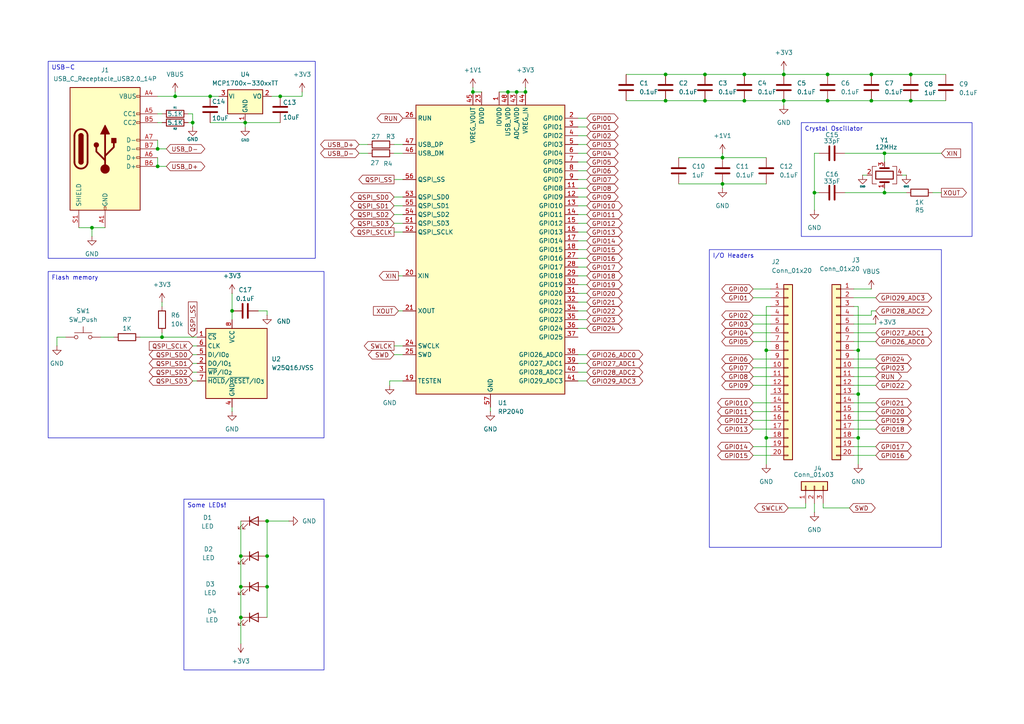
<source format=kicad_sch>
(kicad_sch (version 20250114) (generator "eeschema") (generator_version "9.0")
  (paper "A4")
  (lib_symbols
    (symbol "Connector:USB_C_Receptacle_USB2.0_14P" (pin_names (offset 1.016))
      (property "Reference" "J" (at 0 22.225 0))
      (property "Value" "USB_C_Receptacle_USB2.0_14P" (at 0 19.685 0))
      (symbol "USB_C_Receptacle_USB2.0_14P_1_1"
        (pin passive line (at -7.62 -22.86 90) (length 5.08) (name "SHIELD") (number "S1"))
        (pin passive line (at 0 -22.86 90) (length 5.08) (name "GND") (number "A1"))
        (pin passive line (at 0 -22.86 90) (length 5.08) (hide yes) (name "GND") (number "A12"))
        (pin passive line (at 0 -22.86 90) (length 5.08) (hide yes) (name "GND") (number "B1"))
        (pin passive line (at 0 -22.86 90) (length 5.08) (hide yes) (name "GND") (number "B12"))
        (pin passive line (at 15.24 15.24 180) (length 5.08) (name "VBUS") (number "A4"))
        (pin passive line (at 15.24 15.24 180) (length 5.08) (hide yes) (name "VBUS") (number "A9"))
        (pin passive line (at 15.24 15.24 180) (length 5.08) (hide yes) (name "VBUS") (number "B4"))
        (pin passive line (at 15.24 15.24 180) (length 5.08) (hide yes) (name "VBUS") (number "B9"))
        (pin bidirectional line (at 15.24 10.16 180) (length 5.08) (name "CC1") (number "A5"))
        (pin bidirectional line (at 15.24 7.62 180) (length 5.08) (name "CC2") (number "B5"))
        (pin bidirectional line (at 15.24 2.54 180) (length 5.08) (name "D-") (number "A7"))
        (pin bidirectional line (at 15.24 0 180) (length 5.08) (name "D-") (number "B7"))
        (pin bidirectional line (at 15.24 -2.54 180) (length 5.08) (name "D+") (number "A6"))
        (pin bidirectional line (at 15.24 -5.08 180) (length 5.08) (name "D+") (number "B6"))
      )
    )
    (symbol "Connector_Generic:Conn_01x03" (pin_names (offset 1.016) (hide yes))
      (property "Reference" "J" (at 0 5.08 0))
      (property "Value" "Conn_01x03" (at 0 -5.08 0))
      (symbol "Conn_01x03_1_1"
        (pin passive line (at -5.08 2.54 0) (length 3.81) (name "Pin_1") (number "1"))
        (pin passive line (at -5.08 0 0) (length 3.81) (name "Pin_2") (number "2"))
        (pin passive line (at -5.08 -2.54 0) (length 3.81) (name "Pin_3") (number "3"))
      )
    )
    (symbol "Connector_Generic:Conn_01x20" (pin_names (offset 1.016) (hide yes))
      (property "Reference" "J" (at 0 25.4 0))
      (property "Value" "Conn_01x20" (at 0 -27.94 0))
      (symbol "Conn_01x20_1_1"
        (pin passive line (at -5.08 22.86 0) (length 3.81) (name "Pin_1") (number "1"))
        (pin passive line (at -5.08 20.32 0) (length 3.81) (name "Pin_2") (number "2"))
        (pin passive line (at -5.08 17.78 0) (length 3.81) (name "Pin_3") (number "3"))
        (pin passive line (at -5.08 15.24 0) (length 3.81) (name "Pin_4") (number "4"))
        (pin passive line (at -5.08 12.7 0) (length 3.81) (name "Pin_5") (number "5"))
        (pin passive line (at -5.08 10.16 0) (length 3.81) (name "Pin_6") (number "6"))
        (pin passive line (at -5.08 7.62 0) (length 3.81) (name "Pin_7") (number "7"))
        (pin passive line (at -5.08 5.08 0) (length 3.81) (name "Pin_8") (number "8"))
        (pin passive line (at -5.08 2.54 0) (length 3.81) (name "Pin_9") (number "9"))
        (pin passive line (at -5.08 0 0) (length 3.81) (name "Pin_10") (number "10"))
        (pin passive line (at -5.08 -2.54 0) (length 3.81) (name "Pin_11") (number "11"))
        (pin passive line (at -5.08 -5.08 0) (length 3.81) (name "Pin_12") (number "12"))
        (pin passive line (at -5.08 -7.62 0) (length 3.81) (name "Pin_13") (number "13"))
        (pin passive line (at -5.08 -10.16 0) (length 3.81) (name "Pin_14") (number "14"))
        (pin passive line (at -5.08 -12.7 0) (length 3.81) (name "Pin_15") (number "15"))
        (pin passive line (at -5.08 -15.24 0) (length 3.81) (name "Pin_16") (number "16"))
        (pin passive line (at -5.08 -17.78 0) (length 3.81) (name "Pin_17") (number "17"))
        (pin passive line (at -5.08 -20.32 0) (length 3.81) (name "Pin_18") (number "18"))
        (pin passive line (at -5.08 -22.86 0) (length 3.81) (name "Pin_19") (number "19"))
        (pin passive line (at -5.08 -25.4 0) (length 3.81) (name "Pin_20") (number "20"))
      )
    )
    (symbol "Device:C" (pin_numbers (hide yes)) (pin_names (offset 0.254))
      (property "Reference" "C" (at 0.635 2.54 0))
      (property "Value" "C" (at 0.635 -2.54 0))
      (symbol "C_1_1"
        (pin passive line (at 0 3.81 270) (length 2.794) (name "~") (number "1"))
        (pin passive line (at 0 -3.81 90) (length 2.794) (name "~") (number "2"))
      )
    )
    (symbol "Device:Crystal_GND24" (pin_names (offset 1.016) (hide yes))
      (property "Reference" "Y" (at 3.175 5.08 0))
      (property "Value" "Crystal_GND24" (at 3.175 3.175 0))
      (symbol "Crystal_GND24_1_1"
        (pin passive line (at -3.81 0 0) (length 1.27) (name "1") (number "1"))
        (pin passive line (at 0 5.08 270) (length 1.27) (name "2") (number "2"))
        (pin passive line (at 0 -5.08 90) (length 1.27) (name "4") (number "4"))
        (pin passive line (at 3.81 0 180) (length 1.27) (name "3") (number "3"))
      )
    )
    (symbol "Device:LED" (pin_numbers (hide yes)) (pin_names (offset 1.016) (hide yes))
      (property "Reference" "D" (at 0 2.54 0))
      (property "Value" "LED" (at 0 -2.54 0))
      (symbol "LED_1_1"
        (pin passive line (at -3.81 0 0) (length 2.54) (name "K") (number "1"))
        (pin passive line (at 3.81 0 180) (length 2.54) (name "A") (number "2"))
      )
    )
    (symbol "Device:R" (pin_numbers (hide yes)) (pin_names (offset 0))
      (property "Reference" "R" (at 2.032 0 90))
      (property "Value" "R" (at 0 0 90))
      (symbol "R_1_1"
        (pin passive line (at 0 3.81 270) (length 1.27) (name "~") (number "1"))
        (pin passive line (at 0 -3.81 90) (length 1.27) (name "~") (number "2"))
      )
    )
    (symbol "MCU_RaspberryPi:RP2040"
      (property "Reference" "U" (at 17.78 45.72 0))
      (property "Value" "RP2040" (at 17.78 43.18 0))
      (symbol "RP2040_1_1"
        (pin input line (at -25.4 38.1 0) (length 3.81) (name "RUN") (number "26"))
        (pin bidirectional line (at -25.4 30.48 0) (length 3.81) (name "USB_DP") (number "47"))
        (pin bidirectional line (at -25.4 27.94 0) (length 3.81) (name "USB_DM") (number "46"))
        (pin bidirectional line (at -25.4 20.32 0) (length 3.81) (name "QSPI_SS") (number "56"))
        (pin bidirectional line (at -25.4 15.24 0) (length 3.81) (name "QSPI_SD0") (number "53"))
        (pin bidirectional line (at -25.4 12.7 0) (length 3.81) (name "QSPI_SD1") (number "55"))
        (pin bidirectional line (at -25.4 10.16 0) (length 3.81) (name "QSPI_SD2") (number "54"))
        (pin bidirectional line (at -25.4 7.62 0) (length 3.81) (name "QSPI_SD3") (number "51"))
        (pin output line (at -25.4 5.08 0) (length 3.81) (name "QSPI_SCLK") (number "52"))
        (pin input line (at -25.4 -7.62 0) (length 3.81) (name "XIN") (number "20"))
        (pin passive line (at -25.4 -17.78 0) (length 3.81) (name "XOUT") (number "21"))
        (pin input line (at -25.4 -27.94 0) (length 3.81) (name "SWCLK") (number "24"))
        (pin bidirectional line (at -25.4 -30.48 0) (length 3.81) (name "SWD") (number "25"))
        (pin input line (at -25.4 -38.1 0) (length 3.81) (name "TESTEN") (number "19"))
        (pin power_out line (at -5.08 45.72 270) (length 3.81) (name "VREG_VOUT") (number "45"))
        (pin power_in line (at -2.54 45.72 270) (length 3.81) (name "DVDD") (number "23"))
        (pin passive line (at -2.54 45.72 270) (length 3.81) (hide yes) (name "DVDD") (number "50"))
        (pin power_in line (at 0 -45.72 90) (length 3.81) (name "GND") (number "57"))
        (pin power_in line (at 2.54 45.72 270) (length 3.81) (name "IOVDD") (number "1"))
        (pin passive line (at 2.54 45.72 270) (length 3.81) (hide yes) (name "IOVDD") (number "10"))
        (pin passive line (at 2.54 45.72 270) (length 3.81) (hide yes) (name "IOVDD") (number "22"))
        (pin passive line (at 2.54 45.72 270) (length 3.81) (hide yes) (name "IOVDD") (number "33"))
        (pin passive line (at 2.54 45.72 270) (length 3.81) (hide yes) (name "IOVDD") (number "42"))
        (pin passive line (at 2.54 45.72 270) (length 3.81) (hide yes) (name "IOVDD") (number "49"))
        (pin power_in line (at 5.08 45.72 270) (length 3.81) (name "USB_VDD") (number "48"))
        (pin power_in line (at 7.62 45.72 270) (length 3.81) (name "ADC_AVDD") (number "43"))
        (pin power_in line (at 10.16 45.72 270) (length 3.81) (name "VREG_IN") (number "44"))
        (pin bidirectional line (at 25.4 38.1 180) (length 3.81) (name "GPIO0") (number "2"))
        (pin bidirectional line (at 25.4 35.56 180) (length 3.81) (name "GPIO1") (number "3"))
        (pin bidirectional line (at 25.4 33.02 180) (length 3.81) (name "GPIO2") (number "4"))
        (pin bidirectional line (at 25.4 30.48 180) (length 3.81) (name "GPIO3") (number "5"))
        (pin bidirectional line (at 25.4 27.94 180) (length 3.81) (name "GPIO4") (number "6"))
        (pin bidirectional line (at 25.4 25.4 180) (length 3.81) (name "GPIO5") (number "7"))
        (pin bidirectional line (at 25.4 22.86 180) (length 3.81) (name "GPIO6") (number "8"))
        (pin bidirectional line (at 25.4 20.32 180) (length 3.81) (name "GPIO7") (number "9"))
        (pin bidirectional line (at 25.4 17.78 180) (length 3.81) (name "GPIO8") (number "11"))
        (pin bidirectional line (at 25.4 15.24 180) (length 3.81) (name "GPIO9") (number "12"))
        (pin bidirectional line (at 25.4 12.7 180) (length 3.81) (name "GPIO10") (number "13"))
        (pin bidirectional line (at 25.4 10.16 180) (length 3.81) (name "GPIO11") (number "14"))
        (pin bidirectional line (at 25.4 7.62 180) (length 3.81) (name "GPIO12") (number "15"))
        (pin bidirectional line (at 25.4 5.08 180) (length 3.81) (name "GPIO13") (number "16"))
        (pin bidirectional line (at 25.4 2.54 180) (length 3.81) (name "GPIO14") (number "17"))
        (pin bidirectional line (at 25.4 0 180) (length 3.81) (name "GPIO15") (number "18"))
        (pin bidirectional line (at 25.4 -2.54 180) (length 3.81) (name "GPIO16") (number "27"))
        (pin bidirectional line (at 25.4 -5.08 180) (length 3.81) (name "GPIO17") (number "28"))
        (pin bidirectional line (at 25.4 -7.62 180) (length 3.81) (name "GPIO18") (number "29"))
        (pin bidirectional line (at 25.4 -10.16 180) (length 3.81) (name "GPIO19") (number "30"))
        (pin bidirectional line (at 25.4 -12.7 180) (length 3.81) (name "GPIO20") (number "31"))
        (pin bidirectional line (at 25.4 -15.24 180) (length 3.81) (name "GPIO21") (number "32"))
        (pin bidirectional line (at 25.4 -17.78 180) (length 3.81) (name "GPIO22") (number "34"))
        (pin bidirectional line (at 25.4 -20.32 180) (length 3.81) (name "GPIO23") (number "35"))
        (pin bidirectional line (at 25.4 -22.86 180) (length 3.81) (name "GPIO24") (number "36"))
        (pin bidirectional line (at 25.4 -25.4 180) (length 3.81) (name "GPIO25") (number "37"))
        (pin bidirectional line (at 25.4 -30.48 180) (length 3.81) (name "GPIO26_ADC0") (number "38"))
        (pin bidirectional line (at 25.4 -33.02 180) (length 3.81) (name "GPIO27_ADC1") (number "39"))
        (pin bidirectional line (at 25.4 -35.56 180) (length 3.81) (name "GPIO28_ADC2") (number "40"))
        (pin bidirectional line (at 25.4 -38.1 180) (length 3.81) (name "GPIO29_ADC3") (number "41"))
      )
    )
    (symbol "Memory_Flash:W25Q16JVSS"
      (property "Reference" "U" (at -6.35 11.43 0))
      (property "Value" "W25Q16JVSS" (at 7.62 11.43 0))
      (symbol "W25Q16JVSS_1_1"
        (pin input line (at -10.16 7.62 0) (length 2.54) (name "~{CS}") (number "1"))
        (pin input line (at -10.16 5.08 0) (length 2.54) (name "CLK") (number "6"))
        (pin bidirectional line (at -10.16 2.54 0) (length 2.54) (name "DI/IO_{0}") (number "5"))
        (pin bidirectional line (at -10.16 0 0) (length 2.54) (name "DO/IO_{1}") (number "2"))
        (pin bidirectional line (at -10.16 -2.54 0) (length 2.54) (name "~{WP}/IO_{2}") (number "3"))
        (pin bidirectional line (at -10.16 -5.08 0) (length 2.54) (name "~{HOLD}/~{RESET}/IO_{3}") (number "7"))
        (pin power_in line (at 0 12.7 270) (length 2.54) (name "VCC") (number "8"))
        (pin power_in line (at 0 -12.7 90) (length 2.54) (name "GND") (number "4"))
      )
    )
    (symbol "Regulator_Linear:MCP1700x-330xxTT" (pin_names (offset 0.254))
      (property "Reference" "U" (at -3.81 3.175 0))
      (property "Value" "MCP1700x-330xxTT" (at 0 3.175 0))
      (symbol "MCP1700x-330xxTT_1_1"
        (pin power_in line (at -7.62 0 0) (length 2.54) (name "VI") (number "3"))
        (pin power_in line (at 0 -7.62 90) (length 2.54) (name "GND") (number "1"))
        (pin power_out line (at 7.62 0 180) (length 2.54) (name "VO") (number "2"))
      )
    )
    (symbol "Switch:SW_Push" (pin_numbers (hide yes)) (pin_names (offset 1.016) (hide yes))
      (property "Reference" "SW" (at 1.27 2.54 0))
      (property "Value" "SW_Push" (at 0 -1.524 0))
      (symbol "SW_Push_0_1"
        (pin passive line (at -5.08 0 0) (length 2.54) (name "1") (number "1"))
        (pin passive line (at 5.08 0 180) (length 2.54) (name "2") (number "2"))
      )
    )
    (symbol "power:+1V1" (power) (pin_numbers (hide yes)) (pin_names (offset 0) (hide yes))
      (property "Value" "+1V1" (at 0 3.556 0))
      (symbol "+1V1_1_1"
        (pin power_in line (at 0 0 90) (length 0) (name "~") (number "1"))
      )
    )
    (symbol "power:+3V3" (power) (pin_numbers (hide yes)) (pin_names (offset 0) (hide yes))
      (property "Value" "+3V3" (at 0 3.556 0))
      (symbol "+3V3_1_1"
        (pin power_in line (at 0 0 90) (length 0) (name "~") (number "1"))
      )
    )
    (symbol "power:GND" (power) (pin_numbers (hide yes)) (pin_names (offset 0) (hide yes))
      (property "Value" "GND" (at 0 -3.81 0))
      (symbol "GND_1_1"
        (pin power_in line (at 0 0 270) (length 0) (name "~") (number "1"))
      )
    )
    (symbol "power:VBUS" (power) (pin_numbers (hide yes)) (pin_names (offset 0) (hide yes))
      (property "Value" "VBUS" (at 0 3.556 0))
      (symbol "VBUS_1_1"
        (pin power_in line (at 0 0 90) (length 0) (name "~") (number "1"))
      )
    )
  )
  (text_box "I/O Headers" (at 205.74 72.39 0) (size 67.31 86.36) (margins 0.9525 0.9525 0.9525 0.9525) (effects (font (size 1.27 1.27)) (justify left top)))
  (text_box "USB-C" (at 13.97 17.78 0) (size 77.47 57.15) (margins 0.9525 0.9525 0.9525 0.9525) (effects (font (size 1.27 1.27)) (justify left top)))
  (text_box "Crystal Oscillator\n" (at 232.41 35.56 0) (size 49.53 33.02) (margins 0.9525 0.9525 0.9525 0.9525) (effects (font (size 1.27 1.27)) (justify left top)))
  (text_box "Flash memory\n" (at 13.97 78.74 0) (size 80.01 48.26) (margins 0.9525 0.9525 0.9525 0.9525) (effects (font (size 1.27 1.27)) (justify left top)))
  (text_box "Some LEDs!\n" (at 53.34 144.78 0) (size 40.64 49.53) (margins 0.9525 0.9525 0.9525 0.9525) (effects (font (size 1.27 1.27)) (justify left top)))
  (junction (at 264.16 21.59))
  (junction (at 248.92 127))
  (junction (at 215.9 21.59))
  (junction (at 248.92 114.3))
  (junction (at 193.04 21.59))
  (junction (at 240.03 21.59))
  (junction (at 77.47 161.29))
  (junction (at 137.16 26.67))
  (junction (at 60.96 27.94))
  (junction (at 55.88 35.56))
  (junction (at 252.73 29.21))
  (junction (at 152.4 26.67))
  (junction (at 67.31 90.17))
  (junction (at 236.22 55.88))
  (junction (at 209.55 45.72))
  (junction (at 256.54 44.45))
  (junction (at 215.9 29.21))
  (junction (at 248.92 101.6))
  (junction (at 45.72 43.18))
  (junction (at 222.25 127))
  (junction (at 193.04 29.21))
  (junction (at 252.73 21.59))
  (junction (at 204.47 29.21))
  (junction (at 227.33 21.59))
  (junction (at 46.99 97.79))
  (junction (at 71.12 35.56))
  (junction (at 264.16 29.21))
  (junction (at 69.85 179.07))
  (junction (at 69.85 161.29))
  (junction (at 81.28 27.94))
  (junction (at 256.54 55.88))
  (junction (at 240.03 29.21))
  (junction (at 204.47 21.59))
  (junction (at 147.32 26.67))
  (junction (at 50.8 27.94))
  (junction (at 209.55 53.34))
  (junction (at 227.33 29.21))
  (junction (at 77.47 151.13))
  (junction (at 45.72 48.26))
  (junction (at 222.25 101.6))
  (junction (at 26.67 66.04))
  (junction (at 69.85 170.18))
  (junction (at 77.47 170.18))
  (junction (at 149.86 26.67))
  (wire (pts (xy 55.88 110.49) (xy 57.15 110.49)))
  (wire (pts (xy 87.63 27.94) (xy 87.63 26.67)))
  (wire (pts (xy 218.44 124.46) (xy 223.52 124.46)))
  (wire (pts (xy 114.3 57.15) (xy 116.84 57.15)))
  (wire (pts (xy 247.65 106.68) (xy 254 106.68)))
  (wire (pts (xy 167.64 90.17) (xy 170.18 90.17)))
  (wire (pts (xy 55.88 102.87) (xy 57.15 102.87)))
  (wire (pts (xy 167.64 74.93) (xy 170.18 74.93)))
  (wire (pts (xy 222.25 88.9) (xy 223.52 88.9)))
  (wire (pts (xy 55.88 36.83) (xy 55.88 35.56)))
  (wire (pts (xy 77.47 90.17) (xy 77.47 91.44)))
  (wire (pts (xy 204.47 29.21) (xy 215.9 29.21)))
  (wire (pts (xy 167.64 77.47) (xy 170.18 77.47)))
  (wire (pts (xy 50.8 27.94) (xy 60.96 27.94)))
  (wire (pts (xy 167.64 105.41) (xy 170.18 105.41)))
  (wire (pts (xy 264.16 29.21) (xy 274.32 29.21)))
  (wire (pts (xy 16.51 100.33) (xy 16.51 97.79)))
  (wire (pts (xy 167.64 49.53) (xy 170.18 49.53)))
  (wire (pts (xy 149.86 26.67) (xy 152.4 26.67)))
  (wire (pts (xy 104.14 41.91) (xy 106.68 41.91)))
  (wire (pts (xy 167.64 107.95) (xy 170.18 107.95)))
  (wire (pts (xy 222.25 101.6) (xy 222.25 127)))
  (wire (pts (xy 46.99 87.63) (xy 46.99 88.9)))
  (wire (pts (xy 181.61 29.21) (xy 193.04 29.21)))
  (wire (pts (xy 113.03 110.49) (xy 116.84 110.49)))
  (wire (pts (xy 218.44 111.76) (xy 223.52 111.76)))
  (wire (pts (xy 218.44 93.98) (xy 223.52 93.98)))
  (wire (pts (xy 237.49 44.45) (xy 236.22 44.45)))
  (wire (pts (xy 67.31 85.09) (xy 67.31 90.17)))
  (wire (pts (xy 218.44 83.82) (xy 223.52 83.82)))
  (wire (pts (xy 167.64 67.31) (xy 170.18 67.31)))
  (wire (pts (xy 233.68 146.05) (xy 233.68 147.32)))
  (wire (pts (xy 167.64 110.49) (xy 170.18 110.49)))
  (wire (pts (xy 69.85 161.29) (xy 69.85 170.18)))
  (wire (pts (xy 247.65 127) (xy 248.92 127)))
  (wire (pts (xy 167.64 69.85) (xy 170.18 69.85)))
  (wire (pts (xy 167.64 95.25) (xy 170.18 95.25)))
  (wire (pts (xy 114.3 52.07) (xy 116.84 52.07)))
  (wire (pts (xy 115.57 80.01) (xy 116.84 80.01)))
  (wire (pts (xy 196.85 45.72) (xy 209.55 45.72)))
  (wire (pts (xy 46.99 96.52) (xy 46.99 97.79)))
  (wire (pts (xy 74.93 90.17) (xy 77.47 90.17)))
  (wire (pts (xy 167.64 59.69) (xy 170.18 59.69)))
  (wire (pts (xy 167.64 85.09) (xy 170.18 85.09)))
  (wire (pts (xy 114.3 62.23) (xy 116.84 62.23)))
  (wire (pts (xy 193.04 29.21) (xy 204.47 29.21)))
  (wire (pts (xy 113.03 111.76) (xy 113.03 110.49)))
  (wire (pts (xy 69.85 170.18) (xy 69.85 179.07)))
  (wire (pts (xy 236.22 44.45) (xy 236.22 55.88)))
  (wire (pts (xy 222.25 127) (xy 223.52 127)))
  (wire (pts (xy 196.85 53.34) (xy 209.55 53.34)))
  (wire (pts (xy 167.64 92.71) (xy 170.18 92.71)))
  (wire (pts (xy 114.3 102.87) (xy 116.84 102.87)))
  (wire (pts (xy 227.33 20.32) (xy 227.33 21.59)))
  (wire (pts (xy 256.54 44.45) (xy 256.54 46.99)))
  (wire (pts (xy 181.61 21.59) (xy 193.04 21.59)))
  (wire (pts (xy 193.04 21.59) (xy 204.47 21.59)))
  (wire (pts (xy 26.67 66.04) (xy 30.48 66.04)))
  (wire (pts (xy 114.3 41.91) (xy 116.84 41.91)))
  (wire (pts (xy 252.73 29.21) (xy 264.16 29.21)))
  (wire (pts (xy 264.16 21.59) (xy 274.32 21.59)))
  (wire (pts (xy 247.65 83.82) (xy 252.73 83.82)))
  (wire (pts (xy 252.73 91.44) (xy 252.73 90.17)))
  (wire (pts (xy 270.51 55.88) (xy 273.05 55.88)))
  (wire (pts (xy 218.44 99.06) (xy 223.52 99.06)))
  (wire (pts (xy 55.88 35.56) (xy 55.88 33.02)))
  (wire (pts (xy 167.64 72.39) (xy 170.18 72.39)))
  (wire (pts (xy 247.65 129.54) (xy 254 129.54)))
  (wire (pts (xy 218.44 121.92) (xy 223.52 121.92)))
  (wire (pts (xy 247.65 111.76) (xy 254 111.76)))
  (wire (pts (xy 167.64 41.91) (xy 170.18 41.91)))
  (wire (pts (xy 247.65 86.36) (xy 254 86.36)))
  (wire (pts (xy 256.54 44.45) (xy 273.05 44.45)))
  (wire (pts (xy 114.3 59.69) (xy 116.84 59.69)))
  (wire (pts (xy 247.65 109.22) (xy 254 109.22)))
  (wire (pts (xy 167.64 34.29) (xy 170.18 34.29)))
  (wire (pts (xy 227.33 21.59) (xy 240.03 21.59)))
  (wire (pts (xy 222.25 88.9) (xy 222.25 101.6)))
  (wire (pts (xy 40.64 97.79) (xy 46.99 97.79)))
  (wire (pts (xy 218.44 91.44) (xy 223.52 91.44)))
  (wire (pts (xy 167.64 39.37) (xy 170.18 39.37)))
  (wire (pts (xy 247.65 91.44) (xy 252.73 91.44)))
  (wire (pts (xy 236.22 55.88) (xy 236.22 60.96)))
  (wire (pts (xy 115.57 90.17) (xy 116.84 90.17)))
  (wire (pts (xy 114.3 100.33) (xy 116.84 100.33)))
  (wire (pts (xy 248.92 114.3) (xy 248.92 127)))
  (wire (pts (xy 227.33 29.21) (xy 227.33 30.48)))
  (wire (pts (xy 218.44 109.22) (xy 223.52 109.22)))
  (wire (pts (xy 252.73 21.59) (xy 264.16 21.59)))
  (wire (pts (xy 218.44 104.14) (xy 223.52 104.14)))
  (wire (pts (xy 218.44 129.54) (xy 223.52 129.54)))
  (wire (pts (xy 16.51 97.79) (xy 19.05 97.79)))
  (wire (pts (xy 215.9 21.59) (xy 227.33 21.59)))
  (wire (pts (xy 228.6 147.32) (xy 233.68 147.32)))
  (wire (pts (xy 222.25 101.6) (xy 223.52 101.6)))
  (wire (pts (xy 26.67 66.04) (xy 26.67 68.58)))
  (wire (pts (xy 55.88 33.02) (xy 54.61 33.02)))
  (wire (pts (xy 46.99 97.79) (xy 57.15 97.79)))
  (wire (pts (xy 83.82 151.13) (xy 77.47 151.13)))
  (wire (pts (xy 77.47 161.29) (xy 77.47 170.18)))
  (wire (pts (xy 238.76 146.05) (xy 238.76 147.32)))
  (wire (pts (xy 147.32 26.67) (xy 149.86 26.67)))
  (wire (pts (xy 54.61 35.56) (xy 55.88 35.56)))
  (wire (pts (xy 167.64 36.83) (xy 170.18 36.83)))
  (wire (pts (xy 248.92 101.6) (xy 248.92 114.3)))
  (wire (pts (xy 218.44 132.08) (xy 223.52 132.08)))
  (wire (pts (xy 45.72 40.64) (xy 45.72 43.18)))
  (wire (pts (xy 167.64 62.23) (xy 170.18 62.23)))
  (wire (pts (xy 67.31 118.11) (xy 67.31 119.38)))
  (wire (pts (xy 69.85 179.07) (xy 69.85 186.69)))
  (wire (pts (xy 77.47 170.18) (xy 77.47 179.07)))
  (wire (pts (xy 55.88 100.33) (xy 57.15 100.33)))
  (wire (pts (xy 167.64 82.55) (xy 170.18 82.55)))
  (wire (pts (xy 167.64 52.07) (xy 170.18 52.07)))
  (wire (pts (xy 247.65 114.3) (xy 248.92 114.3)))
  (wire (pts (xy 247.65 132.08) (xy 254 132.08)))
  (wire (pts (xy 167.64 54.61) (xy 170.18 54.61)))
  (wire (pts (xy 46.99 33.02) (xy 45.72 33.02)))
  (wire (pts (xy 227.33 29.21) (xy 240.03 29.21)))
  (wire (pts (xy 209.55 45.72) (xy 222.25 45.72)))
  (wire (pts (xy 167.64 102.87) (xy 170.18 102.87)))
  (wire (pts (xy 67.31 90.17) (xy 67.31 92.71)))
  (wire (pts (xy 247.65 121.92) (xy 254 121.92)))
  (wire (pts (xy 240.03 21.59) (xy 252.73 21.59)))
  (wire (pts (xy 77.47 151.13) (xy 77.47 161.29)))
  (wire (pts (xy 215.9 29.21) (xy 227.33 29.21)))
  (wire (pts (xy 247.65 99.06) (xy 254 99.06)))
  (wire (pts (xy 238.76 147.32) (xy 246.38 147.32)))
  (wire (pts (xy 245.11 55.88) (xy 256.54 55.88)))
  (wire (pts (xy 45.72 48.26) (xy 48.26 48.26)))
  (wire (pts (xy 218.44 86.36) (xy 223.52 86.36)))
  (wire (pts (xy 114.3 44.45) (xy 116.84 44.45)))
  (wire (pts (xy 114.3 67.31) (xy 116.84 67.31)))
  (wire (pts (xy 167.64 57.15) (xy 170.18 57.15)))
  (wire (pts (xy 69.85 151.13) (xy 69.85 161.29)))
  (wire (pts (xy 222.25 127) (xy 222.25 134.62)))
  (wire (pts (xy 137.16 26.67) (xy 139.7 26.67)))
  (wire (pts (xy 71.12 35.56) (xy 81.28 35.56)))
  (wire (pts (xy 142.24 119.38) (xy 142.24 118.11)))
  (wire (pts (xy 50.8 26.67) (xy 50.8 27.94)))
  (wire (pts (xy 152.4 25.4) (xy 152.4 26.67)))
  (wire (pts (xy 45.72 35.56) (xy 46.99 35.56)))
  (wire (pts (xy 45.72 45.72) (xy 45.72 48.26)))
  (wire (pts (xy 29.21 97.79) (xy 33.02 97.79)))
  (wire (pts (xy 167.64 46.99) (xy 170.18 46.99)))
  (wire (pts (xy 78.74 27.94) (xy 81.28 27.94)))
  (wire (pts (xy 71.12 36.83) (xy 71.12 35.56)))
  (wire (pts (xy 167.64 87.63) (xy 170.18 87.63)))
  (wire (pts (xy 256.54 55.88) (xy 262.89 55.88)))
  (wire (pts (xy 209.55 54.61) (xy 209.55 53.34)))
  (wire (pts (xy 256.54 54.61) (xy 256.54 55.88)))
  (wire (pts (xy 144.78 26.67) (xy 147.32 26.67)))
  (wire (pts (xy 218.44 96.52) (xy 223.52 96.52)))
  (wire (pts (xy 167.64 80.01) (xy 170.18 80.01)))
  (wire (pts (xy 252.73 90.17) (xy 254 90.17)))
  (wire (pts (xy 245.11 44.45) (xy 256.54 44.45)))
  (wire (pts (xy 60.96 35.56) (xy 71.12 35.56)))
  (wire (pts (xy 247.65 119.38) (xy 254 119.38)))
  (wire (pts (xy 167.64 44.45) (xy 170.18 44.45)))
  (wire (pts (xy 247.65 93.98) (xy 254 93.98)))
  (wire (pts (xy 250.19 50.8) (xy 251.46 50.8)))
  (wire (pts (xy 45.72 43.18) (xy 48.26 43.18)))
  (wire (pts (xy 209.55 44.45) (xy 209.55 45.72)))
  (wire (pts (xy 236.22 55.88) (xy 237.49 55.88)))
  (wire (pts (xy 247.65 124.46) (xy 254 124.46)))
  (wire (pts (xy 204.47 21.59) (xy 215.9 21.59)))
  (wire (pts (xy 55.88 107.95) (xy 57.15 107.95)))
  (wire (pts (xy 114.3 64.77) (xy 116.84 64.77)))
  (wire (pts (xy 81.28 27.94) (xy 87.63 27.94)))
  (wire (pts (xy 209.55 53.34) (xy 222.25 53.34)))
  (wire (pts (xy 247.65 104.14) (xy 254 104.14)))
  (wire (pts (xy 22.86 66.04) (xy 26.67 66.04)))
  (wire (pts (xy 248.92 127) (xy 248.92 134.62)))
  (wire (pts (xy 55.88 105.41) (xy 57.15 105.41)))
  (wire (pts (xy 247.65 101.6) (xy 248.92 101.6)))
  (wire (pts (xy 247.65 96.52) (xy 254 96.52)))
  (wire (pts (xy 236.22 146.05) (xy 236.22 148.59)))
  (wire (pts (xy 261.62 50.8) (xy 262.89 50.8)))
  (wire (pts (xy 248.92 88.9) (xy 248.92 101.6)))
  (wire (pts (xy 247.65 116.84) (xy 254 116.84)))
  (wire (pts (xy 137.16 25.4) (xy 137.16 26.67)))
  (wire (pts (xy 218.44 119.38) (xy 223.52 119.38)))
  (wire (pts (xy 45.72 27.94) (xy 50.8 27.94)))
  (wire (pts (xy 218.44 106.68) (xy 223.52 106.68)))
  (wire (pts (xy 240.03 29.21) (xy 252.73 29.21)))
  (wire (pts (xy 218.44 116.84) (xy 223.52 116.84)))
  (wire (pts (xy 60.96 27.94) (xy 63.5 27.94)))
  (wire (pts (xy 167.64 64.77) (xy 170.18 64.77)))
  (wire (pts (xy 104.14 44.45) (xy 106.68 44.45)))
  (wire (pts (xy 247.65 88.9) (xy 248.92 88.9)))
  (global_label "QSPI_SD0" (shape bidirectional) (at 114.3 57.15 180) (property "Intersheetrefs" "${INTERSHEET_REFS}" (effects (hide yes))))
  (global_label "GPIO27_ADC1" (shape bidirectional) (at 254 96.52 0) (property "Intersheetrefs" "${INTERSHEET_REFS}" (effects (hide yes))))
  (global_label "GPIO29_ADC3" (shape bidirectional) (at 254 86.36 0) (property "Intersheetrefs" "${INTERSHEET_REFS}" (effects (hide yes))))
  (global_label "GPI018" (shape bidirectional) (at 170.18 80.01 0) (property "Intersheetrefs" "${INTERSHEET_REFS}" (effects (hide yes))))
  (global_label "RUN" (shape bidirectional) (at 254 109.22 0) (property "Intersheetrefs" "${INTERSHEET_REFS}" (effects (hide yes))))
  (global_label "GPI03" (shape bidirectional) (at 218.44 93.98 180) (property "Intersheetrefs" "${INTERSHEET_REFS}" (effects (hide yes))))
  (global_label "GPI012" (shape bidirectional) (at 218.44 121.92 180) (property "Intersheetrefs" "${INTERSHEET_REFS}" (effects (hide yes))))
  (global_label "GPI09" (shape bidirectional) (at 218.44 111.76 180) (property "Intersheetrefs" "${INTERSHEET_REFS}" (effects (hide yes))))
  (global_label "GPI013" (shape bidirectional) (at 218.44 124.46 180) (property "Intersheetrefs" "${INTERSHEET_REFS}" (effects (hide yes))))
  (global_label "USB_D+" (shape bidirectional) (at 48.26 48.26 0) (property "Intersheetrefs" "${INTERSHEET_REFS}" (effects (hide yes))))
  (global_label "GPI08" (shape bidirectional) (at 170.18 54.61 0) (property "Intersheetrefs" "${INTERSHEET_REFS}" (effects (hide yes))))
  (global_label "GPIO27_ADC1" (shape bidirectional) (at 170.18 105.41 0) (property "Intersheetrefs" "${INTERSHEET_REFS}" (effects (hide yes))))
  (global_label "GPI05" (shape bidirectional) (at 170.18 46.99 0) (property "Intersheetrefs" "${INTERSHEET_REFS}" (effects (hide yes))))
  (global_label "USB_D-" (shape bidirectional) (at 104.14 44.45 180) (property "Intersheetrefs" "${INTERSHEET_REFS}" (effects (hide yes))))
  (global_label "GPI09" (shape bidirectional) (at 170.18 57.15 0) (property "Intersheetrefs" "${INTERSHEET_REFS}" (effects (hide yes))))
  (global_label "GPI019" (shape bidirectional) (at 170.18 82.55 0) (property "Intersheetrefs" "${INTERSHEET_REFS}" (effects (hide yes))))
  (global_label "GPI02" (shape bidirectional) (at 170.18 39.37 0) (property "Intersheetrefs" "${INTERSHEET_REFS}" (effects (hide yes))))
  (global_label "GPI024" (shape bidirectional) (at 254 104.14 0) (property "Intersheetrefs" "${INTERSHEET_REFS}" (effects (hide yes))))
  (global_label "GPI018" (shape bidirectional) (at 254 124.46 0) (property "Intersheetrefs" "${INTERSHEET_REFS}" (effects (hide yes))))
  (global_label "GPI06" (shape bidirectional) (at 218.44 104.14 180) (property "Intersheetrefs" "${INTERSHEET_REFS}" (effects (hide yes))))
  (global_label "SWLCK" (shape output) (at 114.3 100.33 180) (property "Intersheetrefs" "${INTERSHEET_REFS}" (effects (hide yes))))
  (global_label "QSPI_SS" (shape output) (at 114.3 52.07 180) (property "Intersheetrefs" "${INTERSHEET_REFS}" (effects (hide yes))))
  (global_label "GPI05" (shape bidirectional) (at 218.44 99.06 180) (property "Intersheetrefs" "${INTERSHEET_REFS}" (effects (hide yes))))
  (global_label "GPI03" (shape bidirectional) (at 170.18 41.91 0) (property "Intersheetrefs" "${INTERSHEET_REFS}" (effects (hide yes))))
  (global_label "GPI020" (shape bidirectional) (at 254 119.38 0) (property "Intersheetrefs" "${INTERSHEET_REFS}" (effects (hide yes))))
  (global_label "GPI022" (shape bidirectional) (at 170.18 90.17 0) (property "Intersheetrefs" "${INTERSHEET_REFS}" (effects (hide yes))))
  (global_label "QSPI_SD1" (shape bidirectional) (at 114.3 59.69 180) (property "Intersheetrefs" "${INTERSHEET_REFS}" (effects (hide yes))))
  (global_label "QSPI_SD0" (shape bidirectional) (at 55.88 102.87 180) (property "Intersheetrefs" "${INTERSHEET_REFS}" (effects (hide yes))))
  (global_label "GPI011" (shape bidirectional) (at 218.44 119.38 180) (property "Intersheetrefs" "${INTERSHEET_REFS}" (effects (hide yes))))
  (global_label "GPI08" (shape bidirectional) (at 218.44 109.22 180) (property "Intersheetrefs" "${INTERSHEET_REFS}" (effects (hide yes))))
  (global_label "GPI01" (shape bidirectional) (at 218.44 86.36 180) (property "Intersheetrefs" "${INTERSHEET_REFS}" (effects (hide yes))))
  (global_label "GPI02" (shape bidirectional) (at 218.44 91.44 180) (property "Intersheetrefs" "${INTERSHEET_REFS}" (effects (hide yes))))
  (global_label "GPI06" (shape bidirectional) (at 170.18 49.53 0) (property "Intersheetrefs" "${INTERSHEET_REFS}" (effects (hide yes))))
  (global_label "GPI07" (shape bidirectional) (at 170.18 52.07 0) (property "Intersheetrefs" "${INTERSHEET_REFS}" (effects (hide yes))))
  (global_label "GPIO28_ADC2" (shape bidirectional) (at 170.18 107.95 0) (property "Intersheetrefs" "${INTERSHEET_REFS}" (effects (hide yes))))
  (global_label "GPI017" (shape bidirectional) (at 170.18 77.47 0) (property "Intersheetrefs" "${INTERSHEET_REFS}" (effects (hide yes))))
  (global_label "GPI014" (shape bidirectional) (at 170.18 69.85 0) (property "Intersheetrefs" "${INTERSHEET_REFS}" (effects (hide yes))))
  (global_label "XOUT" (shape output) (at 273.05 55.88 0) (property "Intersheetrefs" "${INTERSHEET_REFS}" (effects (hide yes))))
  (global_label "GPI07" (shape bidirectional) (at 218.44 106.68 180) (property "Intersheetrefs" "${INTERSHEET_REFS}" (effects (hide yes))))
  (global_label "QSPI_SS" (shape input) (at 55.88 97.79 90) (property "Intersheetrefs" "${INTERSHEET_REFS}" (effects (hide yes))))
  (global_label "SWD" (shape bidirectional) (at 114.3 102.87 180) (property "Intersheetrefs" "${INTERSHEET_REFS}" (effects (hide yes))))
  (global_label "XIN" (shape output) (at 115.57 80.01 180) (property "Intersheetrefs" "${INTERSHEET_REFS}" (effects (hide yes))))
  (global_label "GPI016" (shape bidirectional) (at 254 132.08 0) (property "Intersheetrefs" "${INTERSHEET_REFS}" (effects (hide yes))))
  (global_label "GPI015" (shape bidirectional) (at 218.44 132.08 180) (property "Intersheetrefs" "${INTERSHEET_REFS}" (effects (hide yes))))
  (global_label "USB_D+" (shape bidirectional) (at 104.14 41.91 180) (property "Intersheetrefs" "${INTERSHEET_REFS}" (effects (hide yes))))
  (global_label "GPIO26_ADC0" (shape bidirectional) (at 254 99.06 0) (property "Intersheetrefs" "${INTERSHEET_REFS}" (effects (hide yes))))
  (global_label "XIN" (shape input) (at 273.05 44.45 0) (property "Intersheetrefs" "${INTERSHEET_REFS}" (effects (hide yes))))
  (global_label "SWCLK" (shape bidirectional) (at 228.6 147.32 180) (property "Intersheetrefs" "${INTERSHEET_REFS}" (effects (hide yes))))
  (global_label "GPI00" (shape bidirectional) (at 170.18 34.29 0) (property "Intersheetrefs" "${INTERSHEET_REFS}" (effects (hide yes))))
  (global_label "GPI023" (shape bidirectional) (at 170.18 92.71 0) (property "Intersheetrefs" "${INTERSHEET_REFS}" (effects (hide yes))))
  (global_label "GPI023" (shape bidirectional) (at 254 106.68 0) (property "Intersheetrefs" "${INTERSHEET_REFS}" (effects (hide yes))))
  (global_label "QSPI_SCLK" (shape output) (at 114.3 67.31 180) (property "Intersheetrefs" "${INTERSHEET_REFS}" (effects (hide yes))))
  (global_label "QSPI_SD1" (shape bidirectional) (at 55.88 105.41 180) (property "Intersheetrefs" "${INTERSHEET_REFS}" (effects (hide yes))))
  (global_label "GPI022" (shape bidirectional) (at 254 111.76 0) (property "Intersheetrefs" "${INTERSHEET_REFS}" (effects (hide yes))))
  (global_label "GPI017" (shape bidirectional) (at 254 129.54 0) (property "Intersheetrefs" "${INTERSHEET_REFS}" (effects (hide yes))))
  (global_label "GPI013" (shape bidirectional) (at 170.18 67.31 0) (property "Intersheetrefs" "${INTERSHEET_REFS}" (effects (hide yes))))
  (global_label "GPI011" (shape bidirectional) (at 170.18 62.23 0) (property "Intersheetrefs" "${INTERSHEET_REFS}" (effects (hide yes))))
  (global_label "GPI021" (shape bidirectional) (at 170.18 87.63 0) (property "Intersheetrefs" "${INTERSHEET_REFS}" (effects (hide yes))))
  (global_label "XOUT" (shape input) (at 115.57 90.17 180) (property "Intersheetrefs" "${INTERSHEET_REFS}" (effects (hide yes))))
  (global_label "GPI014" (shape bidirectional) (at 218.44 129.54 180) (property "Intersheetrefs" "${INTERSHEET_REFS}" (effects (hide yes))))
  (global_label "GPI00" (shape bidirectional) (at 218.44 83.82 180) (property "Intersheetrefs" "${INTERSHEET_REFS}" (effects (hide yes))))
  (global_label "RUN" (shape bidirectional) (at 116.84 34.29 180) (property "Intersheetrefs" "${INTERSHEET_REFS}" (effects (hide yes))))
  (global_label "GPI024" (shape bidirectional) (at 170.18 95.25 0) (property "Intersheetrefs" "${INTERSHEET_REFS}" (effects (hide yes))))
  (global_label "QSPI_SD2" (shape bidirectional) (at 114.3 62.23 180) (property "Intersheetrefs" "${INTERSHEET_REFS}" (effects (hide yes))))
  (global_label "QSPI_SD3" (shape bidirectional) (at 114.3 64.77 180) (property "Intersheetrefs" "${INTERSHEET_REFS}" (effects (hide yes))))
  (global_label "SWD" (shape bidirectional) (at 246.38 147.32 0) (property "Intersheetrefs" "${INTERSHEET_REFS}" (effects (hide yes))))
  (global_label "GPI04" (shape bidirectional) (at 170.18 44.45 0) (property "Intersheetrefs" "${INTERSHEET_REFS}" (effects (hide yes))))
  (global_label "USB_D-" (shape bidirectional) (at 48.26 43.18 0) (property "Intersheetrefs" "${INTERSHEET_REFS}" (effects (hide yes))))
  (global_label "GPI04" (shape bidirectional) (at 218.44 96.52 180) (property "Intersheetrefs" "${INTERSHEET_REFS}" (effects (hide yes))))
  (global_label "GPI019" (shape bidirectional) (at 254 121.92 0) (property "Intersheetrefs" "${INTERSHEET_REFS}" (effects (hide yes))))
  (global_label "QSPI_SCLK" (shape input) (at 55.88 100.33 180) (property "Intersheetrefs" "${INTERSHEET_REFS}" (effects (hide yes))))
  (global_label "GPI020" (shape bidirectional) (at 170.18 85.09 0) (property "Intersheetrefs" "${INTERSHEET_REFS}" (effects (hide yes))))
  (global_label "GPI015" (shape bidirectional) (at 170.18 72.39 0) (property "Intersheetrefs" "${INTERSHEET_REFS}" (effects (hide yes))))
  (global_label "GPIO29_ADC3" (shape bidirectional) (at 170.18 110.49 0) (property "Intersheetrefs" "${INTERSHEET_REFS}" (effects (hide yes))))
  (global_label "GPIO26_ADC0" (shape bidirectional) (at 170.18 102.87 0) (property "Intersheetrefs" "${INTERSHEET_REFS}" (effects (hide yes))))
  (global_label "GPI016" (shape bidirectional) (at 170.18 74.93 0) (property "Intersheetrefs" "${INTERSHEET_REFS}" (effects (hide yes))))
  (global_label "GPI021" (shape bidirectional) (at 254 116.84 0) (property "Intersheetrefs" "${INTERSHEET_REFS}" (effects (hide yes))))
  (global_label "QSPI_SD3" (shape bidirectional) (at 55.88 110.49 180) (property "Intersheetrefs" "${INTERSHEET_REFS}" (effects (hide yes))))
  (global_label "QSPI_SD2" (shape bidirectional) (at 55.88 107.95 180) (property "Intersheetrefs" "${INTERSHEET_REFS}" (effects (hide yes))))
  (global_label "GPIO28_ADC2" (shape bidirectional) (at 254 90.17 0) (property "Intersheetrefs" "${INTERSHEET_REFS}" (effects (hide yes))))
  (global_label "GPI010" (shape bidirectional) (at 170.18 59.69 0) (property "Intersheetrefs" "${INTERSHEET_REFS}" (effects (hide yes))))
  (global_label "GPI01" (shape bidirectional) (at 170.18 36.83 0) (property "Intersheetrefs" "${INTERSHEET_REFS}" (effects (hide yes))))
  (global_label "GPI012" (shape bidirectional) (at 170.18 64.77 0) (property "Intersheetrefs" "${INTERSHEET_REFS}" (effects (hide yes))))
  (global_label "GPI010" (shape bidirectional) (at 218.44 116.84 180) (property "Intersheetrefs" "${INTERSHEET_REFS}" (effects (hide yes))))
  (symbol (lib_id "Device:C") (at 227.33 25.4 0) (unit 1)
    (property "Reference" "C5" (at 231.14 24.1299 0) (effects (justify left)))
    (property "Value" "0.1uF" (at 231.14 26.6699 0) (effects (justify left)))
    (property "Footprint" "Capacitor_SMD:C_0402_1005Metric" (effects (hide yes)))
    (property "Description" "Unpolarized capacitor" (effects (hide yes)))
  )
  (symbol (lib_id "Device:C") (at 209.55 49.53 0) (unit 1)
    (property "Reference" "C11" (at 213.36 48.2599 0) (effects (justify left)))
    (property "Value" "0.1uF" (at 213.36 50.7999 0) (effects (justify left)))
    (property "Footprint" "Capacitor_SMD:C_0402_1005Metric" (effects (hide yes)))
    (property "Description" "Unpolarized capacitor" (effects (hide yes)))
  )
  (symbol (lib_id "power:GND") (at 16.51 100.33 0) (unit 1)
    (property "Reference" "#PWR019" (effects (hide yes)))
    (property "Value" "GND" (at 16.51 105.41 0))
    (property "Description" "Power symbol creates a global label with name \"GND\" , ground" (effects (hide yes)))
  )
  (symbol (lib_id "Device:R") (at 110.49 44.45 270) (unit 1)
    (property "Reference" "R4" (at 112.522 47.498 90))
    (property "Value" "27" (at 108.712 47.244 90))
    (property "Footprint" "Resistor_SMD:R_0402_1005Metric" (effects (hide yes)))
    (property "Description" "Resistor" (effects (hide yes)))
  )
  (symbol (lib_id "Device:LED") (at 73.66 161.29 0) (unit 1)
    (property "Reference" "D2" (at 60.452 159.258 0))
    (property "Value" "LED" (at 60.452 161.798 0))
    (property "Footprint" "LED_SMD:LED_0402_1005Metric_Pad0.77x0.64mm_HandSolder" (effects (hide yes)))
    (property "Description" "Light emitting diode" (effects (hide yes)))
    (property "Sim.Pins" "1=K 2=A" (effects (hide yes)))
  )
  (symbol (lib_id "power:+3V3") (at 87.63 26.67 0) (unit 1)
    (property "Reference" "#PWR011" (effects (hide yes)))
    (property "Value" "+3V3" (at 87.63 21.59 0))
    (property "Description" "Power symbol creates a global label with name \"+3V3\"" (effects (hide yes)))
  )
  (symbol (lib_id "power:GND") (at 250.19 50.8 0) (unit 1)
    (property "Reference" "#PWR014" (effects (hide yes)))
    (property "Value" "GND" (at 250.19 54.102 0) (effects (font (size 0.508 0.508))))
    (property "Description" "Power symbol creates a global label with name \"GND\" , ground" (effects (hide yes)))
  )
  (symbol (lib_id "power:VBUS") (at 252.73 83.82 0) (unit 1)
    (property "Reference" "#PWR022" (effects (hide yes)))
    (property "Value" "VBUS" (at 252.73 78.74 0))
    (property "Description" "Power symbol creates a global label with name \"VBUS\"" (effects (hide yes)))
  )
  (symbol (lib_id "power:+3V3") (at 67.31 85.09 0) (unit 1)
    (property "Reference" "#PWR016" (effects (hide yes)))
    (property "Value" "+3V3" (at 67.31 80.01 0))
    (property "Description" "Power symbol creates a global label with name \"+3V3\"" (effects (hide yes)))
  )
  (symbol (lib_id "power:VBUS") (at 50.8 26.67 0) (unit 1)
    (property "Reference" "#PWR012" (effects (hide yes)))
    (property "Value" "VBUS" (at 50.8 21.59 0))
    (property "Description" "Power symbol creates a global label with name \"VBUS\"" (effects (hide yes)))
  )
  (symbol (lib_id "Device:C") (at 181.61 25.4 0) (unit 1)
    (property "Reference" "C1" (at 185.42 24.1299 0) (effects (justify left)))
    (property "Value" "0.1uF" (at 185.42 26.6699 0) (effects (justify left)))
    (property "Footprint" "Capacitor_SMD:C_0402_1005Metric" (effects (hide yes)))
    (property "Description" "Unpolarized capacitor" (effects (hide yes)))
  )
  (symbol (lib_id "Switch:SW_Push") (at 24.13 97.79 0) (unit 1)
    (property "Reference" "SW1" (at 24.13 90.17 0))
    (property "Value" "SW_Push" (at 24.13 92.71 0))
    (property "Footprint" "Button_Switch_SMD:SW_Push_SPST_NO_Alps_SKRK" (effects (hide yes)))
    (property "Description" "Push button switch, generic, two pins" (effects (hide yes)))
  )
  (symbol (lib_id "Device:R") (at 36.83 97.79 90) (unit 1)
    (property "Reference" "R7" (at 36.83 92.71 90))
    (property "Value" "1K" (at 36.83 95.25 90))
    (property "Footprint" "Resistor_SMD:R_0402_1005Metric" (effects (hide yes)))
    (property "Description" "Resistor" (effects (hide yes)))
  )
  (symbol (lib_id "Memory_Flash:W25Q16JVSS") (at 67.31 105.41 0) (unit 1)
    (property "Reference" "U2" (at 78.74 104.1399 0) (effects (justify left)))
    (property "Value" "W25Q16JVSS" (at 78.74 106.6799 0) (effects (justify left)))
    (property "Footprint" "Package_SON:Winbond_USON-8-1EP_3x2mm_P0.5mm_EP0.2x1.6mm" (effects (hide yes)))
    (property "Datasheet" "https://www.winbond.com/hq/support/documentation/levelOne.jsp?__locale=en&DocNo=DA00-W25Q16JV.1" (effects (hide yes)))
    (property "Description" "16Mbit / 2MiB Serial Flash Memory, Standard/Dual/Quad SPI, 2.7-3.6V, SOIC-8 (208 mil)" (effects (hide yes)))
  )
  (symbol (lib_id "Regulator_Linear:MCP1700x-330xxTT") (at 71.12 27.94 0) (unit 1)
    (property "Reference" "U4" (at 71.12 21.59 0))
    (property "Value" "MCP1700x-330xxTT" (at 71.12 24.13 0))
    (property "Footprint" "Package_TO_SOT_SMD:SOT-23" (effects (hide yes)))
    (property "Datasheet" "http://ww1.microchip.com/downloads/en/DeviceDoc/20001826D.pdf" (effects (hide yes)))
    (property "Description" "250mA Low Quiscent Current LDO, 3.3V output, SOT-23" (effects (hide yes)))
  )
  (symbol (lib_id "power:GND") (at 55.88 36.83 0) (unit 1)
    (property "Reference" "#PWR09" (effects (hide yes)))
    (property "Value" "GND" (at 55.88 40.386 0) (effects (font (size 1.016 1.016))))
    (property "Description" "Power symbol creates a global label with name \"GND\" , ground" (effects (hide yes)))
  )
  (symbol (lib_id "Device:LED") (at 73.66 170.18 0) (unit 1)
    (property "Reference" "D3" (at 60.96 169.418 0))
    (property "Value" "LED" (at 60.96 171.958 0))
    (property "Footprint" "LED_SMD:LED_0402_1005Metric_Pad0.77x0.64mm_HandSolder" (effects (hide yes)))
    (property "Description" "Light emitting diode" (effects (hide yes)))
    (property "Sim.Pins" "1=K 2=A" (effects (hide yes)))
  )
  (symbol (lib_id "power:GND") (at 209.55 54.61 0) (unit 1)
    (property "Reference" "#PWR05" (effects (hide yes)))
    (property "Value" "GND" (at 209.55 59.69 0))
    (property "Description" "Power symbol creates a global label with name \"GND\" , ground" (effects (hide yes)))
  )
  (symbol (lib_id "power:+1V1") (at 137.16 25.4 0) (unit 1)
    (property "Reference" "#PWR01" (effects (hide yes)))
    (property "Value" "+1V1" (at 137.16 20.32 0))
    (property "Description" "Power symbol creates a global label with name \"+1V1\"" (effects (hide yes)))
  )
  (symbol (lib_id "Device:C") (at 264.16 25.4 0) (unit 1)
    (property "Reference" "C8" (at 267.97 24.384 0) (effects (justify left)))
    (property "Value" "1uF" (at 267.97 26.924 0) (effects (justify left)))
    (property "Footprint" "Capacitor_SMD:C_0402_1005Metric" (effects (hide yes)))
    (property "Description" "Unpolarized capacitor" (effects (hide yes)))
  )
  (symbol (lib_id "power:+3V3") (at 254 93.98 0) (unit 1)
    (property "Reference" "#PWR023" (effects (hide yes)))
    (property "Value" "+3V3" (at 257.302 93.472 0))
    (property "Description" "Power symbol creates a global label with name \"+3V3\"" (effects (hide yes)))
  )
  (symbol (lib_id "Connector_Generic:Conn_01x03") (at 236.22 140.97 90) (unit 1)
    (property "Reference" "J4" (at 235.966 135.89 90) (effects (justify right)))
    (property "Value" "Conn_01x03" (at 230.124 137.668 90) (effects (justify right)))
    (property "Footprint" "Connector_PinHeader_2.54mm:PinHeader_1x03_P2.54mm_Vertical" (effects (hide yes)))
    (property "Description" "Generic connector, single row, 01x03, script generated (kicad-library-utils/schlib/autogen/connector/)" (effects (hide yes)))
  )
  (symbol (lib_id "power:GND") (at 227.33 30.48 0) (unit 1)
    (property "Reference" "#PWR04" (effects (hide yes)))
    (property "Value" "GND" (at 227.33 35.56 0))
    (property "Description" "Power symbol creates a global label with name \"GND\" , ground" (effects (hide yes)))
  )
  (symbol (lib_id "Device:C") (at 81.28 31.75 0) (unit 1)
    (property "Reference" "C13" (at 82.042 29.718 0) (effects (justify left)))
    (property "Value" "10uF" (at 82.042 34.036 0) (effects (justify left)))
    (property "Footprint" "Capacitor_SMD:C_0402_1005Metric" (effects (hide yes)))
    (property "Description" "Unpolarized capacitor" (effects (hide yes)))
  )
  (symbol (lib_id "Device:C") (at 252.73 25.4 0) (unit 1)
    (property "Reference" "C7" (at 256.54 24.1299 0) (effects (justify left)))
    (property "Value" "0.1uF" (at 256.54 26.6699 0) (effects (justify left)))
    (property "Footprint" "Capacitor_SMD:C_0402_1005Metric" (effects (hide yes)))
    (property "Description" "Unpolarized capacitor" (effects (hide yes)))
  )
  (symbol (lib_id "power:GND") (at 83.82 151.13 90) (unit 1)
    (property "Reference" "#PWR028" (effects (hide yes)))
    (property "Value" "GND" (at 87.63 151.1299 90) (effects (justify right)))
    (property "Description" "Power symbol creates a global label with name \"GND\" , ground" (effects (hide yes)))
  )
  (symbol (lib_id "power:GND") (at 142.24 119.38 0) (unit 1)
    (property "Reference" "#PWR07" (effects (hide yes)))
    (property "Value" "GND" (at 142.24 124.46 0))
    (property "Description" "Power symbol creates a global label with name \"GND\" , ground" (effects (hide yes)))
  )
  (symbol (lib_id "Device:C") (at 240.03 25.4 0) (unit 1)
    (property "Reference" "C6" (at 243.84 24.1299 0) (effects (justify left)))
    (property "Value" "0.1uF" (at 243.84 26.6699 0) (effects (justify left)))
    (property "Footprint" "Capacitor_SMD:C_0402_1005Metric" (effects (hide yes)))
    (property "Description" "Unpolarized capacitor" (effects (hide yes)))
  )
  (symbol (lib_id "power:GND") (at 236.22 60.96 0) (unit 1)
    (property "Reference" "#PWR015" (effects (hide yes)))
    (property "Value" "GND" (at 236.22 66.04 0))
    (property "Description" "Power symbol creates a global label with name \"GND\" , ground" (effects (hide yes)))
  )
  (symbol (lib_id "power:GND") (at 113.03 111.76 0) (unit 1)
    (property "Reference" "#PWR021" (effects (hide yes)))
    (property "Value" "GND" (at 113.03 116.84 0))
    (property "Description" "Power symbol creates a global label with name \"GND\" , ground" (effects (hide yes)))
  )
  (symbol (lib_id "Connector_Generic:Conn_01x20") (at 242.57 106.68 0) (mirror y) (unit 1)
    (property "Reference" "J3" (at 249.428 75.438 0) (effects (justify left)))
    (property "Value" "Conn_01x20" (at 249.428 77.978 0) (effects (justify left)))
    (property "Footprint" "Connector_PinHeader_2.54mm:PinHeader_1x20_P2.54mm_Vertical" (effects (hide yes)))
    (property "Description" "Generic connector, single row, 01x20, script generated (kicad-library-utils/schlib/autogen/connector/)" (effects (hide yes)))
  )
  (symbol (lib_id "power:+3V3") (at 46.99 87.63 0) (unit 1)
    (property "Reference" "#PWR018" (effects (hide yes)))
    (property "Value" "+3V3" (at 46.99 82.55 0))
    (property "Description" "Power symbol creates a global label with name \"+3V3\"" (effects (hide yes)))
  )
  (symbol (lib_id "power:GND") (at 26.67 68.58 0) (unit 1)
    (property "Reference" "#PWR08" (effects (hide yes)))
    (property "Value" "GND" (at 26.67 73.66 0))
    (property "Description" "Power symbol creates a global label with name \"GND\" , ground" (effects (hide yes)))
  )
  (symbol (lib_id "power:GND") (at 67.31 119.38 0) (unit 1)
    (property "Reference" "#PWR017" (effects (hide yes)))
    (property "Value" "GND" (at 67.31 124.46 0))
    (property "Description" "Power symbol creates a global label with name \"GND\" , ground" (effects (hide yes)))
  )
  (symbol (lib_id "Device:R") (at 50.8 35.56 90) (unit 1)
    (property "Reference" "R2" (at 50.8 37.338 90) (effects (font (size 0.508 0.508))))
    (property "Value" "5.1K" (at 50.8 35.56 90))
    (property "Footprint" "Resistor_SMD:R_0402_1005Metric" (effects (hide yes)))
    (property "Description" "Resistor" (effects (hide yes)))
  )
  (symbol (lib_id "power:+3V3") (at 69.85 186.69 180) (unit 1)
    (property "Reference" "#PWR027" (effects (hide yes)))
    (property "Value" "+3V3" (at 69.85 191.77 0))
    (property "Description" "Power symbol creates a global label with name \"+3V3\"" (effects (hide yes)))
  )
  (symbol (lib_id "Device:R") (at 50.8 33.02 90) (unit 1)
    (property "Reference" "R1" (at 50.8 31.242 90) (effects (font (size 0.508 0.508))))
    (property "Value" "5.1K" (at 50.8 33.02 90))
    (property "Footprint" "Resistor_SMD:R_0402_1005Metric" (effects (hide yes)))
    (property "Description" "Resistor" (effects (hide yes)))
  )
  (symbol (lib_id "Device:Crystal_GND24") (at 256.54 50.8 90) (unit 1)
    (property "Reference" "Y1" (at 256.54 40.64 90))
    (property "Value" "12MHz" (at 257.048 42.672 90))
    (property "Footprint" "Crystal:Crystal_SMD_3225-4Pin_3.2x2.5mm" (effects (hide yes)))
    (property "Description" "Four pin crystal, GND on pins 2 and 4" (effects (hide yes)))
  )
  (symbol (lib_id "power:GND") (at 222.25 134.62 0) (unit 1)
    (property "Reference" "#PWR026" (effects (hide yes)))
    (property "Value" "GND" (at 222.25 139.7 0))
    (property "Description" "Power symbol creates a global label with name \"GND\" , ground" (effects (hide yes)))
  )
  (symbol (lib_id "Device:C") (at 215.9 25.4 0) (unit 1)
    (property "Reference" "C4" (at 219.71 24.1299 0) (effects (justify left)))
    (property "Value" "0.1uF" (at 219.71 26.6699 0) (effects (justify left)))
    (property "Footprint" "Capacitor_SMD:C_0402_1005Metric" (effects (hide yes)))
    (property "Description" "Unpolarized capacitor" (effects (hide yes)))
  )
  (symbol (lib_id "power:GND") (at 236.22 148.59 0) (unit 1)
    (property "Reference" "#PWR025" (effects (hide yes)))
    (property "Value" "GND" (at 236.22 153.67 0))
    (property "Description" "Power symbol creates a global label with name \"GND\" , ground" (effects (hide yes)))
  )
  (symbol (lib_id "MCU_RaspberryPi:RP2040") (at 142.24 72.39 0) (unit 1)
    (property "Reference" "U1" (at 144.3833 116.84 0) (effects (justify left)))
    (property "Value" "RP2040" (at 144.3833 119.38 0) (effects (justify left)))
    (property "Footprint" "Package_DFN_QFN:QFN-56-1EP_7x7mm_P0.4mm_EP3.2x3.2mm" (effects (hide yes)))
    (property "Datasheet" "https://datasheets.raspberrypi.com/rp2040/rp2040-datasheet.pdf" (effects (hide yes)))
    (property "Description" "A microcontroller by Raspberry Pi" (effects (hide yes)))
  )
  (symbol (lib_id "Device:C") (at 196.85 49.53 0) (unit 1)
    (property "Reference" "C10" (at 200.66 48.2599 0) (effects (justify left)))
    (property "Value" "1uF" (at 200.66 50.7999 0) (effects (justify left)))
    (property "Footprint" "Capacitor_SMD:C_0402_1005Metric" (effects (hide yes)))
    (property "Description" "Unpolarized capacitor" (effects (hide yes)))
  )
  (symbol (lib_id "Device:R") (at 266.7 55.88 270) (unit 1)
    (property "Reference" "R5" (at 266.7 60.96 90))
    (property "Value" "1K" (at 266.7 58.674 90))
    (property "Footprint" "Resistor_SMD:R_0402_1005Metric" (effects (hide yes)))
    (property "Description" "Resistor" (effects (hide yes)))
  )
  (symbol (lib_id "power:+1V1") (at 209.55 44.45 0) (unit 1)
    (property "Reference" "#PWR06" (effects (hide yes)))
    (property "Value" "+1V1" (at 209.55 39.37 0))
    (property "Description" "Power symbol creates a global label with name \"+1V1\"" (effects (hide yes)))
  )
  (symbol (lib_id "Device:C") (at 204.47 25.4 0) (unit 1)
    (property "Reference" "C3" (at 208.28 24.1299 0) (effects (justify left)))
    (property "Value" "0.1uF" (at 208.28 26.6699 0) (effects (justify left)))
    (property "Footprint" "Capacitor_SMD:C_0402_1005Metric" (effects (hide yes)))
    (property "Description" "Unpolarized capacitor" (effects (hide yes)))
  )
  (symbol (lib_id "power:+3V3") (at 152.4 25.4 0) (unit 1)
    (property "Reference" "#PWR02" (effects (hide yes)))
    (property "Value" "+3V3" (at 152.4 20.32 0))
    (property "Description" "Power symbol creates a global label with name \"+3V3\"" (effects (hide yes)))
  )
  (symbol (lib_id "Device:C") (at 222.25 49.53 0) (unit 1)
    (property "Reference" "C12" (at 226.06 48.2599 0) (effects (justify left)))
    (property "Value" "0.1uF" (at 226.06 50.7999 0) (effects (justify left)))
    (property "Footprint" "Capacitor_SMD:C_0402_1005Metric" (effects (hide yes)))
    (property "Description" "Unpolarized capacitor" (effects (hide yes)))
  )
  (symbol (lib_id "power:GND") (at 262.89 50.8 0) (unit 1)
    (property "Reference" "#PWR013" (effects (hide yes)))
    (property "Value" "GND" (at 262.89 54.102 0) (effects (font (size 0.508 0.508))))
    (property "Description" "Power symbol creates a global label with name \"GND\" , ground" (effects (hide yes)))
  )
  (symbol (lib_id "power:GND") (at 248.92 134.62 0) (unit 1)
    (property "Reference" "#PWR024" (effects (hide yes)))
    (property "Value" "GND" (at 248.92 139.7 0))
    (property "Description" "Power symbol creates a global label with name \"GND\" , ground" (effects (hide yes)))
  )
  (symbol (lib_id "Device:C") (at 71.12 90.17 90) (unit 1)
    (property "Reference" "C17" (at 71.12 84.074 90))
    (property "Value" "0.1uF" (at 71.12 86.614 90))
    (property "Footprint" "Capacitor_SMD:C_0402_1005Metric" (effects (hide yes)))
    (property "Description" "Unpolarized capacitor" (effects (hide yes)))
  )
  (symbol (lib_id "Device:R") (at 46.99 92.71 0) (unit 1)
    (property "Reference" "R6" (at 49.53 91.4399 0) (effects (justify left)))
    (property "Value" "10k" (at 49.53 93.9799 0) (effects (justify left)))
    (property "Footprint" "Resistor_SMD:R_0402_1005Metric" (effects (hide yes)))
    (property "Description" "Resistor" (effects (hide yes)))
  )
  (symbol (lib_id "Device:R") (at 110.49 41.91 270) (unit 1)
    (property "Reference" "R3" (at 113.284 39.624 90))
    (property "Value" "27" (at 108.966 39.624 90))
    (property "Footprint" "Resistor_SMD:R_0402_1005Metric" (effects (hide yes)))
    (property "Description" "Resistor" (effects (hide yes)))
  )
  (symbol (lib_id "Device:C") (at 60.96 31.75 0) (unit 1)
    (property "Reference" "C14" (at 61.468 29.464 0) (effects (justify left)))
    (property "Value" "10uF" (at 61.468 34.29 0) (effects (justify left)))
    (property "Footprint" "Capacitor_SMD:C_0402_1005Metric" (effects (hide yes)))
    (property "Description" "Unpolarized capacitor" (effects (hide yes)))
  )
  (symbol (lib_id "power:+3V3") (at 227.33 20.32 0) (unit 1)
    (property "Reference" "#PWR03" (effects (hide yes)))
    (property "Value" "+3V3" (at 227.33 15.24 0))
    (property "Description" "Power symbol creates a global label with name \"+3V3\"" (effects (hide yes)))
  )
  (symbol (lib_id "Connector_Generic:Conn_01x20") (at 228.6 106.68 0) (unit 1)
    (property "Reference" "J2" (at 223.774 75.946 0) (effects (justify left)))
    (property "Value" "Conn_01x20" (at 223.774 78.486 0) (effects (justify left)))
    (property "Footprint" "Connector_PinHeader_2.54mm:PinHeader_1x20_P2.54mm_Vertical" (effects (hide yes)))
    (property "Description" "Generic connector, single row, 01x20, script generated (kicad-library-utils/schlib/autogen/connector/)" (effects (hide yes)))
  )
  (symbol (lib_id "Device:C") (at 241.3 55.88 90) (unit 1)
    (property "Reference" "C16" (at 241.3 50.546 90))
    (property "Value" "33pF" (at 241.3 52.578 90))
    (property "Footprint" "Capacitor_SMD:C_0402_1005Metric" (effects (hide yes)))
    (property "Description" "Unpolarized capacitor" (effects (hide yes)))
  )
  (symbol (lib_id "Device:C") (at 241.3 44.45 90) (unit 1)
    (property "Reference" "C15" (at 241.3 39.116 90))
    (property "Value" "33pF" (at 241.3 40.894 90))
    (property "Footprint" "Capacitor_SMD:C_0402_1005Metric" (effects (hide yes)))
    (property "Description" "Unpolarized capacitor" (effects (hide yes)))
  )
  (symbol (lib_id "power:GND") (at 71.12 36.83 0) (unit 1)
    (property "Reference" "#PWR010" (effects (hide yes)))
    (property "Value" "GND" (at 71.12 40.64 0) (effects (font (size 0.762 0.762))))
    (property "Description" "Power symbol creates a global label with name \"GND\" , ground" (effects (hide yes)))
  )
  (symbol (lib_id "Device:C") (at 193.04 25.4 0) (unit 1)
    (property "Reference" "C2" (at 196.85 24.1299 0) (effects (justify left)))
    (property "Value" "0.1uF" (at 196.85 26.6699 0) (effects (justify left)))
    (property "Footprint" "Capacitor_SMD:C_0402_1005Metric" (effects (hide yes)))
    (property "Description" "Unpolarized capacitor" (effects (hide yes)))
  )
  (symbol (lib_id "Device:LED") (at 73.66 179.07 0) (unit 1)
    (property "Reference" "D4" (at 61.468 177.292 0))
    (property "Value" "LED" (at 61.468 179.832 0))
    (property "Footprint" "LED_SMD:LED_0402_1005Metric_Pad0.77x0.64mm_HandSolder" (effects (hide yes)))
    (property "Description" "Light emitting diode" (effects (hide yes)))
    (property "Sim.Pins" "1=K 2=A" (effects (hide yes)))
  )
  (symbol (lib_id "Device:C") (at 274.32 25.4 0) (unit 1)
    (property "Reference" "C9" (at 278.13 24.384 0) (effects (justify left)))
    (property "Value" "0.1uF" (at 278.13 26.924 0) (effects (justify left)))
    (property "Footprint" "Capacitor_SMD:C_0402_1005Metric" (effects (hide yes)))
    (property "Description" "Unpolarized capacitor" (effects (hide yes)))
  )
  (symbol (lib_id "power:GND") (at 77.47 91.44 0) (unit 1)
    (property "Reference" "#PWR020" (effects (hide yes)))
    (property "Value" "GND" (at 82.296 93.218 0))
    (property "Description" "Power symbol creates a global label with name \"GND\" , ground" (effects (hide yes)))
  )
  (symbol (lib_id "Device:LED") (at 73.66 151.13 0) (unit 1)
    (property "Reference" "D1" (at 60.198 150.114 0))
    (property "Value" "LED" (at 60.198 152.654 0))
    (property "Footprint" "LED_SMD:LED_0402_1005Metric_Pad0.77x0.64mm_HandSolder" (effects (hide yes)))
    (property "Description" "Light emitting diode" (effects (hide yes)))
    (property "Sim.Pins" "1=K 2=A" (effects (hide yes)))
  )
  (symbol (lib_id "Connector:USB_C_Receptacle_USB2.0_14P") (at 30.48 43.18 0) (unit 1)
    (property "Reference" "J1" (at 30.48 20.32 0))
    (property "Value" "USB_C_Receptacle_USB2.0_14P" (at 30.48 22.86 0))
    (property "Footprint" "Connector_USB:USB_C_Receptacle_HRO_TYPE-C-31-M-12" (effects (hide yes)))
    (property "Datasheet" "https://www.usb.org/sites/default/files/documents/usb_type-c.zip" (effects (hide yes)))
    (property "Description" "USB 2.0-only 14P Type-C Receptacle connector" (effects (hide yes)))
  )
)
</source>
